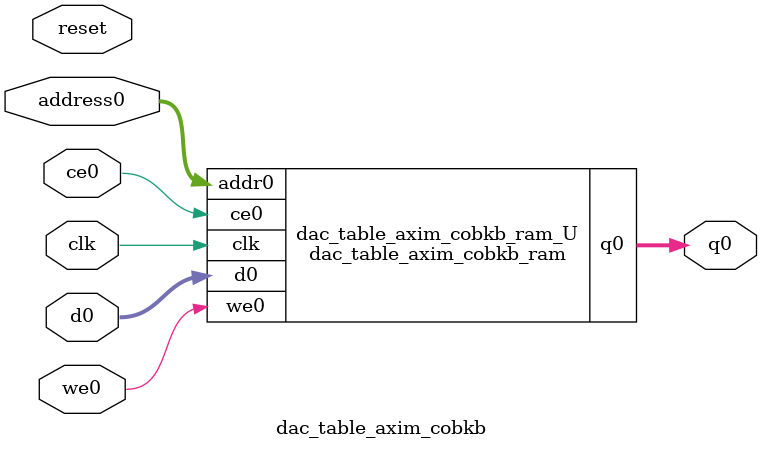
<source format=v>
`timescale 1 ns / 1 ps
module dac_table_axim_cobkb_ram (addr0, ce0, d0, we0, q0,  clk);

parameter DWIDTH = 32;
parameter AWIDTH = 15;
parameter MEM_SIZE = 32768;

input[AWIDTH-1:0] addr0;
input ce0;
input[DWIDTH-1:0] d0;
input we0;
output wire[DWIDTH-1:0] q0;
input clk;

(* ram_style = "block" *)reg [DWIDTH-1:0] ram[0:MEM_SIZE-1];
reg [DWIDTH-1:0] q0_t0;
reg [DWIDTH-1:0] q0_t1;


assign q0 = q0_t1;

always @(posedge clk)  
begin
    if (ce0) 
    begin
        q0_t1 <= q0_t0;
    end
end


always @(posedge clk)  
begin 
    if (ce0) begin
        if (we0) 
            ram[addr0] <= d0; 
        q0_t0 <= ram[addr0];
    end
end


endmodule

`timescale 1 ns / 1 ps
module dac_table_axim_cobkb(
    reset,
    clk,
    address0,
    ce0,
    we0,
    d0,
    q0);

parameter DataWidth = 32'd32;
parameter AddressRange = 32'd32768;
parameter AddressWidth = 32'd15;
input reset;
input clk;
input[AddressWidth - 1:0] address0;
input ce0;
input we0;
input[DataWidth - 1:0] d0;
output[DataWidth - 1:0] q0;



dac_table_axim_cobkb_ram dac_table_axim_cobkb_ram_U(
    .clk( clk ),
    .addr0( address0 ),
    .ce0( ce0 ),
    .we0( we0 ),
    .d0( d0 ),
    .q0( q0 ));

endmodule


</source>
